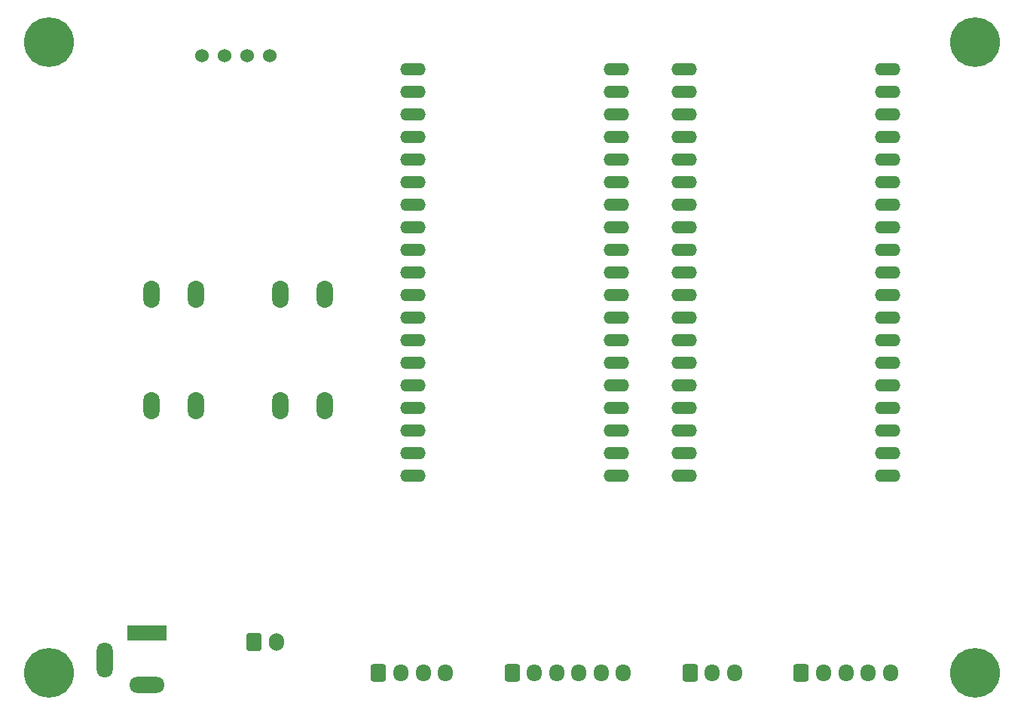
<source format=gbr>
%TF.GenerationSoftware,KiCad,Pcbnew,7.0.2*%
%TF.CreationDate,2023-09-15T09:46:50+02:00*%
%TF.ProjectId,opendaq_carrier_1.0,6f70656e-6461-4715-9f63-617272696572,rev?*%
%TF.SameCoordinates,Original*%
%TF.FileFunction,Soldermask,Bot*%
%TF.FilePolarity,Negative*%
%FSLAX46Y46*%
G04 Gerber Fmt 4.6, Leading zero omitted, Abs format (unit mm)*
G04 Created by KiCad (PCBNEW 7.0.2) date 2023-09-15 09:46:50*
%MOMM*%
%LPD*%
G01*
G04 APERTURE LIST*
G04 Aperture macros list*
%AMRoundRect*
0 Rectangle with rounded corners*
0 $1 Rounding radius*
0 $2 $3 $4 $5 $6 $7 $8 $9 X,Y pos of 4 corners*
0 Add a 4 corners polygon primitive as box body*
4,1,4,$2,$3,$4,$5,$6,$7,$8,$9,$2,$3,0*
0 Add four circle primitives for the rounded corners*
1,1,$1+$1,$2,$3*
1,1,$1+$1,$4,$5*
1,1,$1+$1,$6,$7*
1,1,$1+$1,$8,$9*
0 Add four rect primitives between the rounded corners*
20,1,$1+$1,$2,$3,$4,$5,0*
20,1,$1+$1,$4,$5,$6,$7,0*
20,1,$1+$1,$6,$7,$8,$9,0*
20,1,$1+$1,$8,$9,$2,$3,0*%
G04 Aperture macros list end*
%ADD10O,2.844800X1.422400*%
%ADD11C,5.600000*%
%ADD12O,1.850000X3.048000*%
%ADD13RoundRect,0.250000X-0.600000X-0.725000X0.600000X-0.725000X0.600000X0.725000X-0.600000X0.725000X0*%
%ADD14O,1.700000X1.950000*%
%ADD15RoundRect,0.250000X-0.600000X-0.750000X0.600000X-0.750000X0.600000X0.750000X-0.600000X0.750000X0*%
%ADD16O,1.700000X2.000000*%
%ADD17C,1.524000*%
%ADD18R,4.400000X1.800000*%
%ADD19O,4.000000X1.800000*%
%ADD20O,1.800000X4.000000*%
G04 APERTURE END LIST*
D10*
%TO.C,U2*%
X189200000Y-97790000D03*
X189200000Y-95250000D03*
X189200000Y-64770000D03*
X166370000Y-97790000D03*
X166370000Y-82550000D03*
X166370000Y-64770000D03*
X166370000Y-62230000D03*
X166370000Y-67310000D03*
X166370000Y-74930000D03*
X166370000Y-52070000D03*
X166370000Y-54610000D03*
X166370000Y-57150000D03*
X189200000Y-59690000D03*
X189200000Y-57150000D03*
X189200000Y-54610000D03*
X189200000Y-67310000D03*
X189200000Y-62230000D03*
X189200000Y-69850000D03*
X166370000Y-59690000D03*
X166370000Y-69850000D03*
X166370000Y-72390000D03*
X166370000Y-77470000D03*
X166370000Y-80010000D03*
X166370000Y-85090000D03*
X166370000Y-92710000D03*
X166370000Y-95250000D03*
X189200000Y-77470000D03*
X189200000Y-74930000D03*
X189200000Y-72390000D03*
X189200000Y-82550000D03*
X189200000Y-80010000D03*
X189200000Y-87630000D03*
X189200000Y-85090000D03*
X189200000Y-92710000D03*
X189200000Y-90170000D03*
X166370000Y-87630000D03*
X166370000Y-90170000D03*
X189200000Y-52070000D03*
%TD*%
D11*
%TO.C,H1*%
X95000000Y-49000000D03*
%TD*%
%TO.C,H3*%
X199000000Y-120000000D03*
%TD*%
D10*
%TO.C,U1*%
X158720000Y-97790000D03*
X158720000Y-95250000D03*
X158720000Y-64770000D03*
X135890000Y-97790000D03*
X135890000Y-82550000D03*
X135890000Y-64770000D03*
X135890000Y-62230000D03*
X135890000Y-67310000D03*
X135890000Y-74930000D03*
X135890000Y-52070000D03*
X135890000Y-54610000D03*
X135890000Y-57150000D03*
X158720000Y-59690000D03*
X158720000Y-57150000D03*
X158720000Y-54610000D03*
X158720000Y-67310000D03*
X158720000Y-62230000D03*
X158720000Y-69850000D03*
X135890000Y-59690000D03*
X135890000Y-69850000D03*
X135890000Y-72390000D03*
X135890000Y-77470000D03*
X135890000Y-80010000D03*
X135890000Y-85090000D03*
X135890000Y-92710000D03*
X135890000Y-95250000D03*
X158720000Y-77470000D03*
X158720000Y-74930000D03*
X158720000Y-72390000D03*
X158720000Y-82550000D03*
X158720000Y-80010000D03*
X158720000Y-87630000D03*
X158720000Y-85090000D03*
X158720000Y-92710000D03*
X158720000Y-90170000D03*
X135890000Y-87630000D03*
X135890000Y-90170000D03*
X158720000Y-52070000D03*
%TD*%
D12*
%TO.C,SW2*%
X120984000Y-89916000D03*
X120984000Y-77416000D03*
X125984000Y-89916000D03*
X125984000Y-77416000D03*
%TD*%
D13*
%TO.C,J1*%
X167000000Y-120000000D03*
D14*
X169500000Y-120000000D03*
X172000000Y-120000000D03*
%TD*%
D15*
%TO.C,J6*%
X118000000Y-116500000D03*
D16*
X120500000Y-116500000D03*
%TD*%
D13*
%TO.C,J4*%
X179500000Y-120000000D03*
D14*
X182000000Y-120000000D03*
X184500000Y-120000000D03*
X187000000Y-120000000D03*
X189500000Y-120000000D03*
%TD*%
D11*
%TO.C,H2*%
X95000000Y-120000000D03*
%TD*%
%TO.C,H4*%
X199000000Y-49000000D03*
%TD*%
D17*
%TO.C,U5*%
X112174000Y-50546000D03*
X114714000Y-50546000D03*
X117254000Y-50546000D03*
X119794000Y-50546000D03*
%TD*%
D14*
%TO.C,J5*%
X159500000Y-120000000D03*
X157000000Y-120000000D03*
X154500000Y-120000000D03*
X152000000Y-120000000D03*
X149500000Y-120000000D03*
D13*
X147000000Y-120000000D03*
%TD*%
%TO.C,J3*%
X132000000Y-120000000D03*
D14*
X134500000Y-120000000D03*
X137000000Y-120000000D03*
X139500000Y-120000000D03*
%TD*%
D12*
%TO.C,SW1*%
X106484000Y-89916000D03*
X106484000Y-77416000D03*
X111484000Y-89916000D03*
X111484000Y-77416000D03*
%TD*%
D18*
%TO.C,J2*%
X106000000Y-115500000D03*
D19*
X106000000Y-121300000D03*
D20*
X101200000Y-118500000D03*
%TD*%
M02*

</source>
